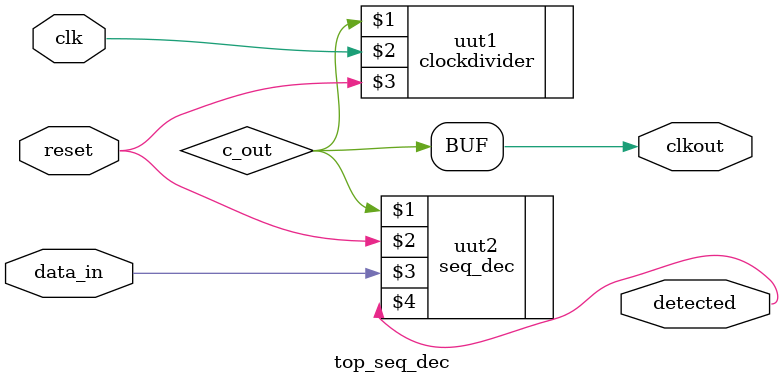
<source format=v>
module top_seq_dec(input  clk,input  reset,input data_in,output detected,output clkout);
  wire c_out;
  assign clkout=c_out;
  clockdivider uut1(c_out,clk,reset);
  seq_dec uut2(c_out,reset,data_in,detected);  
endmodule


</source>
